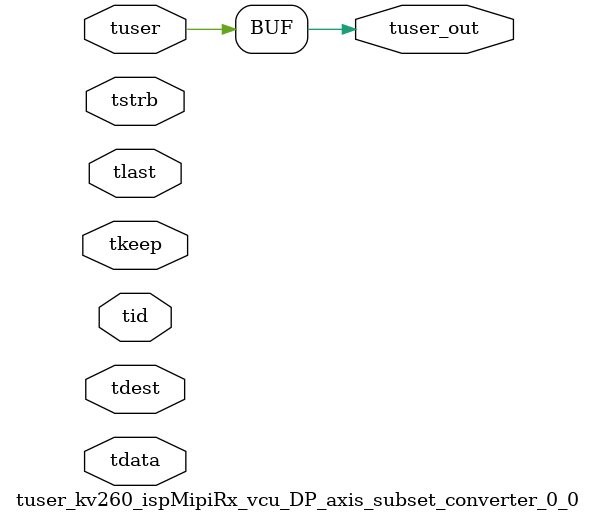
<source format=v>


`timescale 1ps/1ps

module tuser_kv260_ispMipiRx_vcu_DP_axis_subset_converter_0_0 #
(
parameter C_S_AXIS_TUSER_WIDTH = 1,
parameter C_S_AXIS_TDATA_WIDTH = 32,
parameter C_S_AXIS_TID_WIDTH   = 0,
parameter C_S_AXIS_TDEST_WIDTH = 0,
parameter C_M_AXIS_TUSER_WIDTH = 1
)
(
input  [(C_S_AXIS_TUSER_WIDTH == 0 ? 1 : C_S_AXIS_TUSER_WIDTH)-1:0     ] tuser,
input  [(C_S_AXIS_TDATA_WIDTH == 0 ? 1 : C_S_AXIS_TDATA_WIDTH)-1:0     ] tdata,
input  [(C_S_AXIS_TID_WIDTH   == 0 ? 1 : C_S_AXIS_TID_WIDTH)-1:0       ] tid,
input  [(C_S_AXIS_TDEST_WIDTH == 0 ? 1 : C_S_AXIS_TDEST_WIDTH)-1:0     ] tdest,
input  [(C_S_AXIS_TDATA_WIDTH/8)-1:0 ] tkeep,
input  [(C_S_AXIS_TDATA_WIDTH/8)-1:0 ] tstrb,
input                                                                    tlast,
output [C_M_AXIS_TUSER_WIDTH-1:0] tuser_out
);

assign tuser_out = {tuser[0:0]};

endmodule


</source>
